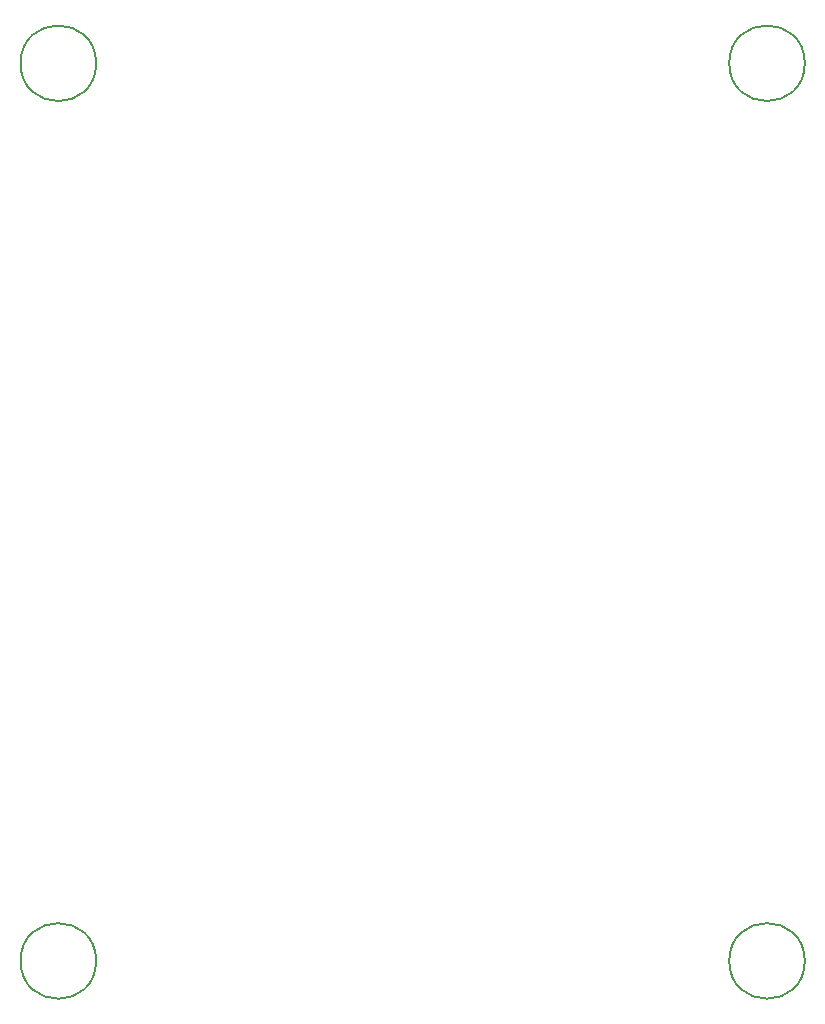
<source format=gbr>
%TF.GenerationSoftware,KiCad,Pcbnew,7.0.9-7.0.9~ubuntu22.04.1*%
%TF.CreationDate,2023-12-07T20:45:01+01:00*%
%TF.ProjectId,Carte_Base_roulante_2024,43617274-655f-4426-9173-655f726f756c,rev?*%
%TF.SameCoordinates,Original*%
%TF.FileFunction,Other,Comment*%
%FSLAX46Y46*%
G04 Gerber Fmt 4.6, Leading zero omitted, Abs format (unit mm)*
G04 Created by KiCad (PCBNEW 7.0.9-7.0.9~ubuntu22.04.1) date 2023-12-07 20:45:01*
%MOMM*%
%LPD*%
G01*
G04 APERTURE LIST*
%ADD10C,0.150000*%
G04 APERTURE END LIST*
D10*
%TO.C,H4*%
X94200000Y-143000000D02*
G75*
G03*
X94200000Y-143000000I-3200000J0D01*
G01*
%TO.C,H2*%
X154200000Y-67000000D02*
G75*
G03*
X154200000Y-67000000I-3200000J0D01*
G01*
%TO.C,H3*%
X154200000Y-143000000D02*
G75*
G03*
X154200000Y-143000000I-3200000J0D01*
G01*
%TO.C,H1*%
X94200000Y-67000000D02*
G75*
G03*
X94200000Y-67000000I-3200000J0D01*
G01*
%TD*%
M02*

</source>
